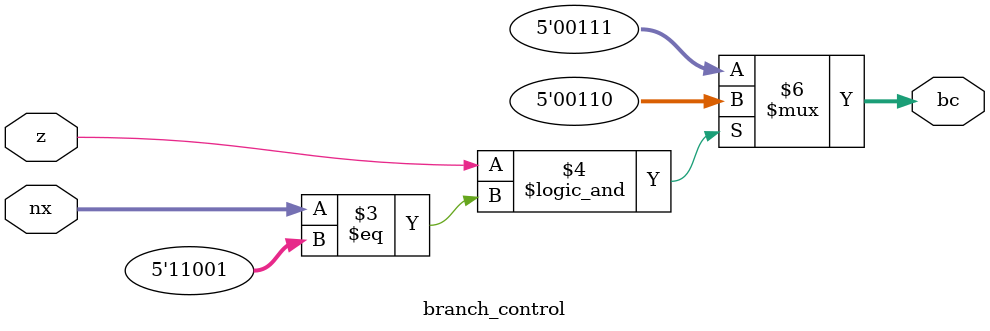
<source format=v>
module branch_control(nx,z,bc);
input [4:0] nx;
input z;
output reg [4:0] bc;
always @(*) begin
if(z==1'b1 && nx==5'b11001) bc=5'b00110;
else bc=5'b00111;
end
endmodule 
</source>
